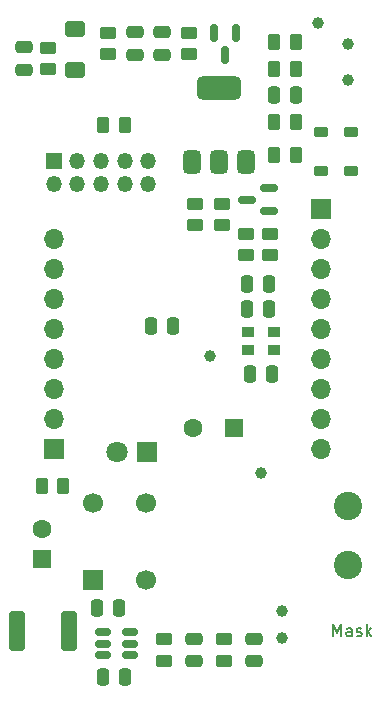
<source format=gbr>
%TF.GenerationSoftware,KiCad,Pcbnew,8.0.1*%
%TF.CreationDate,2024-04-26T00:23:44+02:00*%
%TF.ProjectId,controller_lpc1115_2MU_v1.04,636f6e74-726f-46c6-9c65-725f6c706331,rev?*%
%TF.SameCoordinates,Original*%
%TF.FileFunction,Soldermask,Top*%
%TF.FilePolarity,Negative*%
%FSLAX46Y46*%
G04 Gerber Fmt 4.6, Leading zero omitted, Abs format (unit mm)*
G04 Created by KiCad (PCBNEW 8.0.1) date 2024-04-26 00:23:44*
%MOMM*%
%LPD*%
G01*
G04 APERTURE LIST*
G04 Aperture macros list*
%AMRoundRect*
0 Rectangle with rounded corners*
0 $1 Rounding radius*
0 $2 $3 $4 $5 $6 $7 $8 $9 X,Y pos of 4 corners*
0 Add a 4 corners polygon primitive as box body*
4,1,4,$2,$3,$4,$5,$6,$7,$8,$9,$2,$3,0*
0 Add four circle primitives for the rounded corners*
1,1,$1+$1,$2,$3*
1,1,$1+$1,$4,$5*
1,1,$1+$1,$6,$7*
1,1,$1+$1,$8,$9*
0 Add four rect primitives between the rounded corners*
20,1,$1+$1,$2,$3,$4,$5,0*
20,1,$1+$1,$4,$5,$6,$7,0*
20,1,$1+$1,$6,$7,$8,$9,0*
20,1,$1+$1,$8,$9,$2,$3,0*%
G04 Aperture macros list end*
%ADD10C,0.150000*%
%ADD11RoundRect,0.250000X-0.450000X0.262500X-0.450000X-0.262500X0.450000X-0.262500X0.450000X0.262500X0*%
%ADD12C,1.000000*%
%ADD13RoundRect,0.250000X0.262500X0.450000X-0.262500X0.450000X-0.262500X-0.450000X0.262500X-0.450000X0*%
%ADD14R,1.700000X1.700000*%
%ADD15O,1.700000X1.700000*%
%ADD16C,1.700000*%
%ADD17RoundRect,0.250000X-0.475000X0.250000X-0.475000X-0.250000X0.475000X-0.250000X0.475000X0.250000X0*%
%ADD18RoundRect,0.150000X0.512500X0.150000X-0.512500X0.150000X-0.512500X-0.150000X0.512500X-0.150000X0*%
%ADD19RoundRect,0.250000X-0.250000X-0.475000X0.250000X-0.475000X0.250000X0.475000X-0.250000X0.475000X0*%
%ADD20RoundRect,0.375000X0.375000X-0.625000X0.375000X0.625000X-0.375000X0.625000X-0.375000X-0.625000X0*%
%ADD21RoundRect,0.500000X1.400000X-0.500000X1.400000X0.500000X-1.400000X0.500000X-1.400000X-0.500000X0*%
%ADD22R,1.350000X1.350000*%
%ADD23O,1.350000X1.350000*%
%ADD24RoundRect,0.250000X0.250000X0.475000X-0.250000X0.475000X-0.250000X-0.475000X0.250000X-0.475000X0*%
%ADD25R,1.600000X1.600000*%
%ADD26C,1.600000*%
%ADD27RoundRect,0.225000X-0.375000X0.225000X-0.375000X-0.225000X0.375000X-0.225000X0.375000X0.225000X0*%
%ADD28C,2.400000*%
%ADD29RoundRect,0.250000X-0.262500X-0.450000X0.262500X-0.450000X0.262500X0.450000X-0.262500X0.450000X0*%
%ADD30R,1.000000X0.900000*%
%ADD31RoundRect,0.250000X0.400000X1.450000X-0.400000X1.450000X-0.400000X-1.450000X0.400000X-1.450000X0*%
%ADD32RoundRect,0.250000X0.600000X-0.400000X0.600000X0.400000X-0.600000X0.400000X-0.600000X-0.400000X0*%
%ADD33R,1.800000X1.800000*%
%ADD34C,1.800000*%
%ADD35RoundRect,0.250000X0.475000X-0.250000X0.475000X0.250000X-0.475000X0.250000X-0.475000X-0.250000X0*%
%ADD36RoundRect,0.250000X0.450000X-0.262500X0.450000X0.262500X-0.450000X0.262500X-0.450000X-0.262500X0*%
%ADD37RoundRect,0.150000X-0.150000X0.587500X-0.150000X-0.587500X0.150000X-0.587500X0.150000X0.587500X0*%
%ADD38RoundRect,0.150000X0.587500X0.150000X-0.587500X0.150000X-0.587500X-0.150000X0.587500X-0.150000X0*%
G04 APERTURE END LIST*
D10*
X160556744Y-130171819D02*
X160556744Y-129171819D01*
X160556744Y-129171819D02*
X160890077Y-129886104D01*
X160890077Y-129886104D02*
X161223410Y-129171819D01*
X161223410Y-129171819D02*
X161223410Y-130171819D01*
X162128172Y-130171819D02*
X162128172Y-129648009D01*
X162128172Y-129648009D02*
X162080553Y-129552771D01*
X162080553Y-129552771D02*
X161985315Y-129505152D01*
X161985315Y-129505152D02*
X161794839Y-129505152D01*
X161794839Y-129505152D02*
X161699601Y-129552771D01*
X162128172Y-130124200D02*
X162032934Y-130171819D01*
X162032934Y-130171819D02*
X161794839Y-130171819D01*
X161794839Y-130171819D02*
X161699601Y-130124200D01*
X161699601Y-130124200D02*
X161651982Y-130028961D01*
X161651982Y-130028961D02*
X161651982Y-129933723D01*
X161651982Y-129933723D02*
X161699601Y-129838485D01*
X161699601Y-129838485D02*
X161794839Y-129790866D01*
X161794839Y-129790866D02*
X162032934Y-129790866D01*
X162032934Y-129790866D02*
X162128172Y-129743247D01*
X162556744Y-130124200D02*
X162651982Y-130171819D01*
X162651982Y-130171819D02*
X162842458Y-130171819D01*
X162842458Y-130171819D02*
X162937696Y-130124200D01*
X162937696Y-130124200D02*
X162985315Y-130028961D01*
X162985315Y-130028961D02*
X162985315Y-129981342D01*
X162985315Y-129981342D02*
X162937696Y-129886104D01*
X162937696Y-129886104D02*
X162842458Y-129838485D01*
X162842458Y-129838485D02*
X162699601Y-129838485D01*
X162699601Y-129838485D02*
X162604363Y-129790866D01*
X162604363Y-129790866D02*
X162556744Y-129695628D01*
X162556744Y-129695628D02*
X162556744Y-129648009D01*
X162556744Y-129648009D02*
X162604363Y-129552771D01*
X162604363Y-129552771D02*
X162699601Y-129505152D01*
X162699601Y-129505152D02*
X162842458Y-129505152D01*
X162842458Y-129505152D02*
X162937696Y-129552771D01*
X163413887Y-130171819D02*
X163413887Y-129171819D01*
X163509125Y-129790866D02*
X163794839Y-130171819D01*
X163794839Y-129505152D02*
X163413887Y-129886104D01*
D11*
%TO.C,R10*%
X141478000Y-79097500D03*
X141478000Y-80922500D03*
%TD*%
D12*
%TO.C,TP7*%
X159258000Y-78232000D03*
%TD*%
%TO.C,TP4*%
X161798000Y-83058000D03*
%TD*%
D13*
%TO.C,R21*%
X142898500Y-86868000D03*
X141073500Y-86868000D03*
%TD*%
D14*
%TO.C,J2*%
X136906000Y-114300000D03*
D15*
X136906000Y-111760000D03*
X136906000Y-109220000D03*
X136906000Y-106680000D03*
X136906000Y-104140000D03*
X136906000Y-101600000D03*
X136906000Y-99060000D03*
X136906000Y-96520000D03*
%TD*%
D14*
%TO.C,SW1*%
X140244000Y-125424000D03*
D16*
X140244000Y-118924000D03*
X144744000Y-125424000D03*
X144744000Y-118924000D03*
%TD*%
D17*
%TO.C,C8*%
X146050000Y-79060000D03*
X146050000Y-80960000D03*
%TD*%
D18*
%TO.C,U1*%
X143377500Y-131760000D03*
X143377500Y-130810000D03*
X143377500Y-129860000D03*
X141102500Y-129860000D03*
X141102500Y-130810000D03*
X141102500Y-131760000D03*
%TD*%
D19*
%TO.C,C6*%
X145100000Y-103886000D03*
X147000000Y-103886000D03*
%TD*%
D20*
%TO.C,Q1*%
X148576000Y-90018000D03*
X150876000Y-90018000D03*
D21*
X150876000Y-83718000D03*
D20*
X153176000Y-90018000D03*
%TD*%
D22*
%TO.C,J3*%
X136906000Y-89916000D03*
D23*
X136906000Y-91916000D03*
X138906000Y-89916000D03*
X138906000Y-91916000D03*
X140906000Y-89916000D03*
X140906000Y-91916000D03*
X142906000Y-89916000D03*
X142906000Y-91916000D03*
X144906000Y-89916000D03*
X144906000Y-91916000D03*
%TD*%
D24*
%TO.C,C2*%
X155128000Y-100330000D03*
X153228000Y-100330000D03*
%TD*%
D25*
%TO.C,C5*%
X152146000Y-112522000D03*
D26*
X148646000Y-112522000D03*
%TD*%
D11*
%TO.C,R11*%
X148844000Y-93575500D03*
X148844000Y-95400500D03*
%TD*%
D27*
%TO.C,D3*%
X159512000Y-87504000D03*
X159512000Y-90804000D03*
%TD*%
%TO.C,D2*%
X162052000Y-87504000D03*
X162052000Y-90804000D03*
%TD*%
D24*
%TO.C,C12*%
X142428000Y-127762000D03*
X140528000Y-127762000D03*
%TD*%
D28*
%TO.C,L2*%
X161798000Y-119166000D03*
X161798000Y-124166000D03*
%TD*%
D11*
%TO.C,R23*%
X146228750Y-130418375D03*
X146228750Y-132243375D03*
%TD*%
D29*
%TO.C,R7*%
X155551500Y-79883000D03*
X157376500Y-79883000D03*
%TD*%
%TO.C,R12*%
X155551500Y-86614000D03*
X157376500Y-86614000D03*
%TD*%
D30*
%TO.C,X1*%
X153357000Y-105931000D03*
X155507000Y-105931000D03*
X155507000Y-104381000D03*
X153357000Y-104381000D03*
%TD*%
D31*
%TO.C,L1*%
X138216600Y-129692400D03*
X133766600Y-129692400D03*
%TD*%
D32*
%TO.C,D1*%
X138684000Y-82268000D03*
X138684000Y-78768000D03*
%TD*%
D11*
%TO.C,R4*%
X151130000Y-93575500D03*
X151130000Y-95400500D03*
%TD*%
D12*
%TO.C,TP5*%
X154432000Y-116332000D03*
%TD*%
D29*
%TO.C,R8*%
X155551500Y-82169000D03*
X157376500Y-82169000D03*
%TD*%
D12*
%TO.C,TP1*%
X161798000Y-80010000D03*
%TD*%
D25*
%TO.C,C3*%
X135890000Y-123633113D03*
D26*
X135890000Y-121133113D03*
%TD*%
D33*
%TO.C,D4*%
X144785000Y-114554000D03*
D34*
X142245000Y-114554000D03*
%TD*%
D35*
%TO.C,C7*%
X153848750Y-132280875D03*
X153848750Y-130380875D03*
%TD*%
D13*
%TO.C,R13*%
X137691500Y-117475000D03*
X135866500Y-117475000D03*
%TD*%
D29*
%TO.C,R3*%
X155551500Y-89408000D03*
X157376500Y-89408000D03*
%TD*%
D36*
%TO.C,R9*%
X148336000Y-80922500D03*
X148336000Y-79097500D03*
%TD*%
D24*
%TO.C,C11*%
X155382000Y-107950000D03*
X153482000Y-107950000D03*
%TD*%
D12*
%TO.C,TP3*%
X156210000Y-128016000D03*
%TD*%
D36*
%TO.C,R22*%
X151308750Y-132243375D03*
X151308750Y-130418375D03*
%TD*%
D37*
%TO.C,Q3*%
X152334000Y-79072500D03*
X150434000Y-79072500D03*
X151384000Y-80947500D03*
%TD*%
D36*
%TO.C,R6*%
X153162000Y-97940500D03*
X153162000Y-96115500D03*
%TD*%
D11*
%TO.C,R17*%
X155194000Y-96115500D03*
X155194000Y-97940500D03*
%TD*%
D17*
%TO.C,C20*%
X134366000Y-80330000D03*
X134366000Y-82230000D03*
%TD*%
D24*
%TO.C,C18*%
X155128000Y-102439950D03*
X153228000Y-102439950D03*
%TD*%
D38*
%TO.C,Q2*%
X155115500Y-94168000D03*
X155115500Y-92268000D03*
X153240500Y-93218000D03*
%TD*%
D24*
%TO.C,C17*%
X142936000Y-133604000D03*
X141036000Y-133604000D03*
%TD*%
%TO.C,C1*%
X157414000Y-84328000D03*
X155514000Y-84328000D03*
%TD*%
D12*
%TO.C,TP6*%
X150114000Y-106426000D03*
%TD*%
D17*
%TO.C,C9*%
X143764000Y-79060000D03*
X143764000Y-80960000D03*
%TD*%
D35*
%TO.C,C16*%
X148768750Y-132280875D03*
X148768750Y-130380875D03*
%TD*%
D36*
%TO.C,R16*%
X136398000Y-82192500D03*
X136398000Y-80367500D03*
%TD*%
D14*
%TO.C,J1*%
X159512000Y-93990000D03*
D15*
X159512000Y-96530000D03*
X159512000Y-99070000D03*
X159512000Y-101610000D03*
X159512000Y-104150000D03*
X159512000Y-106690000D03*
X159512000Y-109230000D03*
X159512000Y-111770000D03*
X159512000Y-114310000D03*
%TD*%
D12*
%TO.C,TP2*%
X156210000Y-130302000D03*
%TD*%
M02*

</source>
